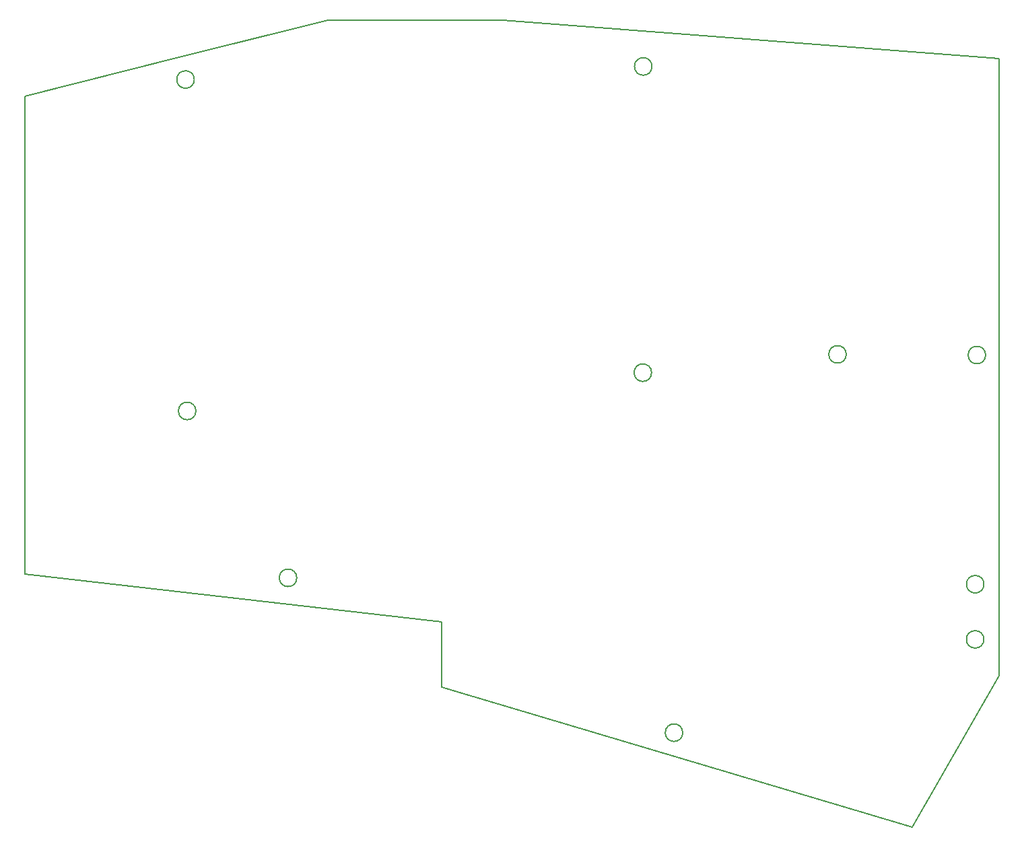
<source format=gbr>
G04 #@! TF.GenerationSoftware,KiCad,Pcbnew,(5.1.6-0-10_14)*
G04 #@! TF.CreationDate,2022-12-04T16:17:31+09:00*
G04 #@! TF.ProjectId,cool536_az-core,636f6f6c-3533-4365-9f61-7a2d636f7265,rev?*
G04 #@! TF.SameCoordinates,Original*
G04 #@! TF.FileFunction,Profile,NP*
%FSLAX46Y46*%
G04 Gerber Fmt 4.6, Leading zero omitted, Abs format (unit mm)*
G04 Created by KiCad (PCBNEW (5.1.6-0-10_14)) date 2022-12-04 16:17:31*
%MOMM*%
%LPD*%
G01*
G04 APERTURE LIST*
G04 #@! TA.AperFunction,Profile*
%ADD10C,0.150000*%
G04 #@! TD*
G04 APERTURE END LIST*
D10*
X10490000Y-38140000D02*
G75*
G03*
X10490000Y-38140000I-1100000J0D01*
G01*
X10290000Y3560000D02*
G75*
G03*
X10290000Y3560000I-1100000J0D01*
G01*
X67850000Y5200000D02*
G75*
G03*
X67850000Y5200000I-1100000J0D01*
G01*
X67800000Y-33320000D02*
G75*
G03*
X67800000Y-33320000I-1100000J0D01*
G01*
X23180000Y-59130000D02*
G75*
G03*
X23180000Y-59130000I-1100000J0D01*
G01*
X71720000Y-78610000D02*
G75*
G03*
X71720000Y-78610000I-1100000J0D01*
G01*
X92280000Y-31020000D02*
G75*
G03*
X92280000Y-31020000I-1100000J0D01*
G01*
X109810000Y-31100000D02*
G75*
G03*
X109810000Y-31100000I-1100000J0D01*
G01*
X109600000Y-59930000D02*
G75*
G03*
X109600000Y-59930000I-1100000J0D01*
G01*
X109590000Y-66870000D02*
G75*
G03*
X109590000Y-66870000I-1100000J0D01*
G01*
X111530000Y-71450000D02*
X111530000Y6180000D01*
X100540000Y-90500000D02*
X111530000Y-71450000D01*
X41390000Y-72910000D02*
X100540000Y-90500000D01*
X41390000Y-64630000D02*
X41390000Y-72910000D01*
X-11000000Y-58620000D02*
X41390000Y-64630000D01*
X-11000000Y1480000D02*
X-11000000Y-58620000D01*
X8050000Y6240000D02*
X-11000000Y1480000D01*
X27100000Y11000000D02*
X8050000Y6240000D01*
X49100000Y11000000D02*
X27100000Y11000000D01*
X111530000Y6180000D02*
X49100000Y11000000D01*
M02*

</source>
